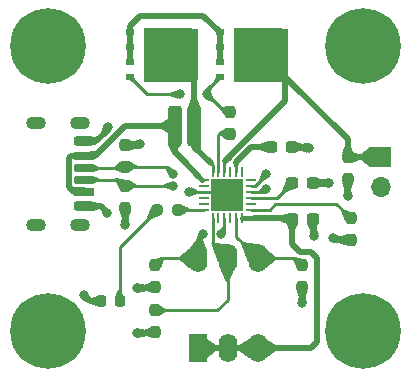
<source format=gtl>
G04 #@! TF.GenerationSoftware,KiCad,Pcbnew,8.0.2*
G04 #@! TF.CreationDate,2024-06-03T19:44:32-07:00*
G04 #@! TF.ProjectId,SNES_USB_C_power,534e4553-5f55-4534-925f-435f706f7765,A*
G04 #@! TF.SameCoordinates,Original*
G04 #@! TF.FileFunction,Copper,L1,Top*
G04 #@! TF.FilePolarity,Positive*
%FSLAX46Y46*%
G04 Gerber Fmt 4.6, Leading zero omitted, Abs format (unit mm)*
G04 Created by KiCad (PCBNEW 8.0.2) date 2024-06-03 19:44:32*
%MOMM*%
%LPD*%
G01*
G04 APERTURE LIST*
G04 Aperture macros list*
%AMRoundRect*
0 Rectangle with rounded corners*
0 $1 Rounding radius*
0 $2 $3 $4 $5 $6 $7 $8 $9 X,Y pos of 4 corners*
0 Add a 4 corners polygon primitive as box body*
4,1,4,$2,$3,$4,$5,$6,$7,$8,$9,$2,$3,0*
0 Add four circle primitives for the rounded corners*
1,1,$1+$1,$2,$3*
1,1,$1+$1,$4,$5*
1,1,$1+$1,$6,$7*
1,1,$1+$1,$8,$9*
0 Add four rect primitives between the rounded corners*
20,1,$1+$1,$2,$3,$4,$5,0*
20,1,$1+$1,$4,$5,$6,$7,0*
20,1,$1+$1,$6,$7,$8,$9,0*
20,1,$1+$1,$8,$9,$2,$3,0*%
G04 Aperture macros list end*
G04 #@! TA.AperFunction,SMDPad,CuDef*
%ADD10RoundRect,0.218750X-0.218750X-0.256250X0.218750X-0.256250X0.218750X0.256250X-0.218750X0.256250X0*%
G04 #@! TD*
G04 #@! TA.AperFunction,ComponentPad*
%ADD11C,0.800000*%
G04 #@! TD*
G04 #@! TA.AperFunction,ComponentPad*
%ADD12C,6.400000*%
G04 #@! TD*
G04 #@! TA.AperFunction,ComponentPad*
%ADD13R,1.700000X1.700000*%
G04 #@! TD*
G04 #@! TA.AperFunction,ComponentPad*
%ADD14O,1.700000X1.700000*%
G04 #@! TD*
G04 #@! TA.AperFunction,SMDPad,CuDef*
%ADD15RoundRect,0.237500X0.237500X-0.250000X0.237500X0.250000X-0.237500X0.250000X-0.237500X-0.250000X0*%
G04 #@! TD*
G04 #@! TA.AperFunction,SMDPad,CuDef*
%ADD16RoundRect,0.175000X-0.685000X0.175000X-0.685000X-0.175000X0.685000X-0.175000X0.685000X0.175000X0*%
G04 #@! TD*
G04 #@! TA.AperFunction,SMDPad,CuDef*
%ADD17RoundRect,0.190000X-0.670000X0.190000X-0.670000X-0.190000X0.670000X-0.190000X0.670000X0.190000X0*%
G04 #@! TD*
G04 #@! TA.AperFunction,SMDPad,CuDef*
%ADD18RoundRect,0.200000X-0.660000X0.200000X-0.660000X-0.200000X0.660000X-0.200000X0.660000X0.200000X0*%
G04 #@! TD*
G04 #@! TA.AperFunction,ComponentPad*
%ADD19O,1.700000X1.100000*%
G04 #@! TD*
G04 #@! TA.AperFunction,SMDPad,CuDef*
%ADD20RoundRect,0.237500X-0.237500X0.250000X-0.237500X-0.250000X0.237500X-0.250000X0.237500X0.250000X0*%
G04 #@! TD*
G04 #@! TA.AperFunction,SMDPad,CuDef*
%ADD21RoundRect,0.237500X-0.250000X-0.237500X0.250000X-0.237500X0.250000X0.237500X-0.250000X0.237500X0*%
G04 #@! TD*
G04 #@! TA.AperFunction,SMDPad,CuDef*
%ADD22RoundRect,0.062500X-0.350000X-0.062500X0.350000X-0.062500X0.350000X0.062500X-0.350000X0.062500X0*%
G04 #@! TD*
G04 #@! TA.AperFunction,SMDPad,CuDef*
%ADD23RoundRect,0.062500X-0.062500X-0.350000X0.062500X-0.350000X0.062500X0.350000X-0.062500X0.350000X0*%
G04 #@! TD*
G04 #@! TA.AperFunction,HeatsinkPad*
%ADD24R,2.700000X2.700000*%
G04 #@! TD*
G04 #@! TA.AperFunction,SMDPad,CuDef*
%ADD25RoundRect,0.237500X-0.300000X-0.237500X0.300000X-0.237500X0.300000X0.237500X-0.300000X0.237500X0*%
G04 #@! TD*
G04 #@! TA.AperFunction,SMDPad,CuDef*
%ADD26RoundRect,0.250000X-0.337500X-1.450000X0.337500X-1.450000X0.337500X1.450000X-0.337500X1.450000X0*%
G04 #@! TD*
G04 #@! TA.AperFunction,SMDPad,CuDef*
%ADD27R,0.650000X0.500000*%
G04 #@! TD*
G04 #@! TA.AperFunction,SMDPad,CuDef*
%ADD28R,4.120000X4.600000*%
G04 #@! TD*
G04 #@! TA.AperFunction,SMDPad,CuDef*
%ADD29R,0.550000X0.500000*%
G04 #@! TD*
G04 #@! TA.AperFunction,ComponentPad*
%ADD30R,1.600000X2.400000*%
G04 #@! TD*
G04 #@! TA.AperFunction,ComponentPad*
%ADD31O,1.600000X2.400000*%
G04 #@! TD*
G04 #@! TA.AperFunction,ViaPad*
%ADD32C,0.800000*%
G04 #@! TD*
G04 #@! TA.AperFunction,Conductor*
%ADD33C,0.250000*%
G04 #@! TD*
G04 #@! TA.AperFunction,Conductor*
%ADD34C,0.500000*%
G04 #@! TD*
G04 #@! TA.AperFunction,Conductor*
%ADD35C,0.400000*%
G04 #@! TD*
G04 APERTURE END LIST*
D10*
X150317000Y-120650000D03*
X151892000Y-120650000D03*
D11*
X170066000Y-99060000D03*
X170768944Y-97362944D03*
X170768944Y-100757056D03*
X172466000Y-96660000D03*
D12*
X172466000Y-99060000D03*
D11*
X172466000Y-101460000D03*
X174163056Y-97362944D03*
X174163056Y-100757056D03*
X174866000Y-99060000D03*
X170066000Y-123190000D03*
X170768944Y-121492944D03*
X170768944Y-124887056D03*
X172466000Y-120790000D03*
D12*
X172466000Y-123190000D03*
D11*
X172466000Y-125590000D03*
X174163056Y-121492944D03*
X174163056Y-124887056D03*
X174866000Y-123190000D03*
X143396000Y-123190000D03*
X144098944Y-121492944D03*
X144098944Y-124887056D03*
X145796000Y-120790000D03*
D12*
X145796000Y-123190000D03*
D11*
X145796000Y-125590000D03*
X147493056Y-121492944D03*
X147493056Y-124887056D03*
X148196000Y-123190000D03*
X143396000Y-99060000D03*
X144098944Y-97362944D03*
X144098944Y-100757056D03*
X145796000Y-96660000D03*
D12*
X145796000Y-99060000D03*
D11*
X145796000Y-101460000D03*
X147493056Y-97362944D03*
X147493056Y-100757056D03*
X148196000Y-99060000D03*
D13*
X173990000Y-108453000D03*
D14*
X173990000Y-110993000D03*
D15*
X152380000Y-112720500D03*
X152380000Y-110895500D03*
D16*
X148920000Y-109379500D03*
D17*
X148920000Y-111399500D03*
D18*
X148920000Y-112629500D03*
D16*
X148920000Y-110379500D03*
D17*
X148920000Y-108359500D03*
D18*
X148920000Y-107129500D03*
D19*
X148580000Y-105559500D03*
X144780000Y-105559500D03*
X148580000Y-114199500D03*
X144780000Y-114199500D03*
D20*
X152380000Y-107443000D03*
X152380000Y-109268000D03*
D21*
X155023500Y-112927500D03*
X156848500Y-112927500D03*
D15*
X167366000Y-119428000D03*
X167366000Y-117603000D03*
D22*
X159053500Y-110407500D03*
X159053500Y-110907500D03*
X159053500Y-111407500D03*
X159053500Y-111907500D03*
X159053500Y-112407500D03*
X159053500Y-112907500D03*
D23*
X159766000Y-113620000D03*
X160266000Y-113620000D03*
X160766000Y-113620000D03*
X161266000Y-113620000D03*
X161766000Y-113620000D03*
X162266000Y-113620000D03*
D22*
X162978500Y-112907500D03*
X162978500Y-112407500D03*
X162978500Y-111907500D03*
X162978500Y-111407500D03*
X162978500Y-110907500D03*
X162978500Y-110407500D03*
D23*
X162266000Y-109695000D03*
X161766000Y-109695000D03*
X161266000Y-109695000D03*
X160766000Y-109695000D03*
X160266000Y-109695000D03*
X159766000Y-109695000D03*
D24*
X161016000Y-111657500D03*
D15*
X171196000Y-110283000D03*
X171196000Y-108458000D03*
D25*
X166503500Y-113689500D03*
X168228500Y-113689500D03*
X166503500Y-110641500D03*
X168228500Y-110641500D03*
D26*
X156547000Y-105815500D03*
X158222000Y-105815500D03*
D27*
X160374000Y-97875000D03*
X160374000Y-99145000D03*
X160374000Y-100415000D03*
X160374000Y-101685000D03*
D28*
X163589000Y-99780000D03*
D29*
X165924000Y-97875000D03*
X165924000Y-99145000D03*
X165924000Y-100415000D03*
X165924000Y-101685000D03*
D15*
X171450000Y-115466500D03*
X171450000Y-113641500D03*
X154920000Y-123238000D03*
X154920000Y-121413000D03*
D30*
X158491000Y-124626500D03*
D31*
X161031000Y-124626500D03*
X163571000Y-124626500D03*
X163571000Y-117006500D03*
X161031000Y-117006500D03*
X158491000Y-117006500D03*
D25*
X164725500Y-107593500D03*
X166450500Y-107593500D03*
D15*
X161270000Y-106474000D03*
X161270000Y-104649000D03*
X154920000Y-119428000D03*
X154920000Y-117603000D03*
D27*
X152754000Y-97875000D03*
X152754000Y-99145000D03*
X152754000Y-100415000D03*
X152754000Y-101685000D03*
D28*
X155969000Y-99780000D03*
D29*
X158304000Y-97875000D03*
X158304000Y-99145000D03*
X158304000Y-100415000D03*
X158304000Y-101685000D03*
D32*
X148844000Y-120142000D03*
X171196000Y-111760000D03*
X159258000Y-103124000D03*
X156972000Y-103124000D03*
X153396000Y-119531500D03*
X157801000Y-111374500D03*
X169926000Y-115316000D03*
X153396000Y-123341500D03*
X152380000Y-114197500D03*
X167366000Y-120801500D03*
X169652000Y-110641500D03*
X153650000Y-107339500D03*
X150856000Y-113181500D03*
X167894000Y-107696000D03*
X168382000Y-115125500D03*
X150876000Y-105918000D03*
X156444000Y-109879500D03*
X164318000Y-109879500D03*
X164318000Y-111149500D03*
X156444000Y-110895500D03*
X158984000Y-114959500D03*
X160508000Y-114959500D03*
D33*
X151892000Y-120650000D02*
X151892000Y-116059000D01*
X151892000Y-116059000D02*
X155023500Y-112927500D01*
D34*
X149352000Y-120650000D02*
X148844000Y-120142000D01*
X150317000Y-120650000D02*
X149352000Y-120650000D01*
X171196000Y-111760000D02*
X171196000Y-110283000D01*
X165924000Y-101685000D02*
X171196000Y-106957000D01*
X171196000Y-106957000D02*
X171196000Y-108458000D01*
X171196000Y-108458000D02*
X173985000Y-108458000D01*
X165924000Y-101685000D02*
X165924000Y-103701500D01*
X165924000Y-103701500D02*
X161736750Y-107888750D01*
D33*
X159258000Y-103124000D02*
X159258000Y-102801000D01*
X159258000Y-102801000D02*
X160374000Y-101685000D01*
X152754000Y-101685000D02*
X154193000Y-103124000D01*
X154193000Y-103124000D02*
X156972000Y-103124000D01*
X159258000Y-103124000D02*
X160783000Y-104649000D01*
X160783000Y-104649000D02*
X161270000Y-104649000D01*
D34*
X158222000Y-105815500D02*
X158222000Y-101767000D01*
X158222000Y-101767000D02*
X158304000Y-101685000D01*
X153546500Y-107443000D02*
X153650000Y-107339500D01*
X170076500Y-115466500D02*
X169926000Y-115316000D01*
X149918500Y-107129500D02*
X148920000Y-107129500D01*
D33*
X159053500Y-111407500D02*
X160766000Y-111407500D01*
D34*
X148920000Y-112629500D02*
X150304000Y-112629500D01*
D33*
X158342000Y-111407500D02*
X159053500Y-111407500D01*
D34*
X157801000Y-111374500D02*
X158309000Y-111374500D01*
X153396000Y-123341500D02*
X154816500Y-123341500D01*
X157834000Y-111407500D02*
X157801000Y-111374500D01*
X150876000Y-106172000D02*
X149918500Y-107129500D01*
X150876000Y-105918000D02*
X150876000Y-106172000D01*
X167791500Y-107593500D02*
X167894000Y-107696000D01*
X167366000Y-119428000D02*
X167366000Y-120801500D01*
X168228500Y-110641500D02*
X169652000Y-110641500D01*
X168228500Y-113689500D02*
X168228500Y-114972000D01*
X152380000Y-107443000D02*
X153546500Y-107443000D01*
X150304000Y-112629500D02*
X150856000Y-113181500D01*
X168228500Y-114972000D02*
X168382000Y-115125500D01*
X166450500Y-107593500D02*
X167791500Y-107593500D01*
X154816500Y-119531500D02*
X153396000Y-119531500D01*
X152380000Y-112720500D02*
X152380000Y-114197500D01*
X171450000Y-115466500D02*
X170076500Y-115466500D01*
D33*
X162978500Y-111907500D02*
X165237500Y-111907500D01*
X165237500Y-111907500D02*
X166503500Y-110641500D01*
D34*
X168128000Y-116483500D02*
X168636000Y-116991500D01*
X166503500Y-115807082D02*
X167179918Y-116483500D01*
X166503500Y-113689500D02*
X166503500Y-115807082D01*
X163240000Y-113620000D02*
X166434000Y-113620000D01*
D35*
X163240000Y-113620000D02*
X163215000Y-113595000D01*
D34*
X168636000Y-116991500D02*
X168636000Y-124103500D01*
D35*
X162316000Y-113595000D02*
X162291000Y-113620000D01*
D34*
X163571000Y-124626500D02*
X158491000Y-124626500D01*
D35*
X163215000Y-113595000D02*
X162316000Y-113595000D01*
D34*
X168636000Y-124103500D02*
X168113000Y-124626500D01*
X167179918Y-116483500D02*
X168128000Y-116483500D01*
X168113000Y-124626500D02*
X163571000Y-124626500D01*
X152754000Y-97875000D02*
X152754000Y-97327000D01*
X158977000Y-96478000D02*
X160374000Y-97875000D01*
X153603000Y-96478000D02*
X158977000Y-96478000D01*
X152754000Y-97327000D02*
X153603000Y-96478000D01*
X152754000Y-97875000D02*
X152754000Y-100415000D01*
X160374000Y-97875000D02*
X160374000Y-100415000D01*
D33*
X161036000Y-108712000D02*
X160766000Y-108982000D01*
D34*
X165924000Y-97875000D02*
X165924000Y-101685000D01*
D33*
X160766000Y-108982000D02*
X160766000Y-109695000D01*
D34*
X161036000Y-108589500D02*
X161736750Y-107888750D01*
X161736750Y-107888750D02*
X160841000Y-108784500D01*
D33*
X155832500Y-109268000D02*
X152380000Y-109268000D01*
X164318000Y-109980499D02*
X164318000Y-109879500D01*
X163390999Y-110907500D02*
X164318000Y-109980499D01*
X156444000Y-109879500D02*
X155832500Y-109268000D01*
X162978500Y-110907500D02*
X163390999Y-110907500D01*
X148920000Y-109379500D02*
X152268500Y-109379500D01*
X148920000Y-110379500D02*
X151864000Y-110379500D01*
X156444000Y-110895500D02*
X152380000Y-110895500D01*
X164060000Y-111407500D02*
X164318000Y-111149500D01*
X151864000Y-110379500D02*
X152380000Y-110895500D01*
X162978500Y-111407500D02*
X164060000Y-111407500D01*
X160357500Y-106474000D02*
X160266000Y-106565500D01*
X160266000Y-106565500D02*
X160266000Y-109695000D01*
X161270000Y-106474000D02*
X160357500Y-106474000D01*
X156848500Y-112927500D02*
X159033500Y-112927500D01*
X159033500Y-112927500D02*
X159053500Y-112907500D01*
X155366000Y-117006500D02*
X158491000Y-117006500D01*
X158491000Y-115452500D02*
X158984000Y-114959500D01*
X154769500Y-117603000D02*
X155366000Y-117006500D01*
X160766000Y-114701500D02*
X160766000Y-113620000D01*
X158491000Y-117006500D02*
X158491000Y-115452500D01*
X160508000Y-114959500D02*
X160766000Y-114701500D01*
X160150500Y-121413000D02*
X161031000Y-120532500D01*
X154920000Y-121413000D02*
X160150500Y-121413000D01*
X161031000Y-120532500D02*
X161031000Y-117006500D01*
X159766000Y-115741500D02*
X159766000Y-113620000D01*
X161031000Y-117006500D02*
X159766000Y-115741500D01*
X163586000Y-117006500D02*
X166769500Y-117006500D01*
X166769500Y-117006500D02*
X167366000Y-117603000D01*
X163571000Y-117006500D02*
X161766000Y-115201500D01*
X161766000Y-115201500D02*
X161766000Y-113620000D01*
X165080000Y-112419500D02*
X170228000Y-112419500D01*
X170228000Y-112419500D02*
X171450000Y-113641500D01*
X164592000Y-112907500D02*
X165080000Y-112419500D01*
X162978500Y-112907500D02*
X164592000Y-112907500D01*
D34*
X163048000Y-107593500D02*
X164725500Y-107593500D01*
D33*
X161766000Y-108875500D02*
X161766000Y-109695000D01*
D34*
X161766000Y-108875500D02*
X163048000Y-107593500D01*
D35*
X157226000Y-108712000D02*
X158896500Y-110382500D01*
D34*
X147804000Y-108359500D02*
X148920000Y-108359500D01*
X148060000Y-111399500D02*
X147610000Y-110949500D01*
X156547000Y-105815500D02*
X152380000Y-105815500D01*
X147610000Y-108553500D02*
X147804000Y-108359500D01*
X156547000Y-108033000D02*
X156547000Y-105815500D01*
X158623000Y-110109000D02*
X157226000Y-108712000D01*
X149836000Y-108359500D02*
X148920000Y-108359500D01*
X148920000Y-111399500D02*
X148060000Y-111399500D01*
X152380000Y-105815500D02*
X149836000Y-108359500D01*
X147610000Y-110949500D02*
X147610000Y-108553500D01*
X157226000Y-108712000D02*
X156547000Y-108033000D01*
D33*
X159766000Y-109137500D02*
X159766000Y-109695000D01*
D34*
X158304000Y-101685000D02*
X158304000Y-97875000D01*
D33*
X159619000Y-108990500D02*
X159766000Y-109137500D01*
D34*
X158222000Y-107593500D02*
X159619000Y-108990500D01*
X158222000Y-105815500D02*
X158222000Y-107593500D01*
G04 #@! TA.AperFunction,Conductor*
G36*
X166092039Y-97616185D02*
G01*
X166137794Y-97668989D01*
X166149000Y-97720500D01*
X166149000Y-101790500D01*
X166129315Y-101857539D01*
X166076511Y-101903294D01*
X166025000Y-101914500D01*
X165003000Y-101914500D01*
X164935961Y-101894815D01*
X164890206Y-101842011D01*
X164879000Y-101790500D01*
X164879000Y-97720500D01*
X164898685Y-97653461D01*
X164951489Y-97607706D01*
X165003000Y-97596500D01*
X166025000Y-97596500D01*
X166092039Y-97616185D01*
G37*
G04 #@! TD.AperFunction*
G04 #@! TA.AperFunction,Conductor*
G36*
X158472039Y-97616185D02*
G01*
X158517794Y-97668989D01*
X158529000Y-97720500D01*
X158529000Y-101790500D01*
X158509315Y-101857539D01*
X158456511Y-101903294D01*
X158405000Y-101914500D01*
X157383000Y-101914500D01*
X157315961Y-101894815D01*
X157270206Y-101842011D01*
X157259000Y-101790500D01*
X157259000Y-97720500D01*
X157278685Y-97653461D01*
X157331489Y-97607706D01*
X157383000Y-97596500D01*
X158405000Y-97596500D01*
X158472039Y-97616185D01*
G37*
G04 #@! TD.AperFunction*
G04 #@! TA.AperFunction,Conductor*
G36*
X152018149Y-119740927D02*
G01*
X152020270Y-119743829D01*
X152308475Y-120301573D01*
X152309229Y-120310496D01*
X152305446Y-120316035D01*
X151899365Y-120645033D01*
X151890780Y-120647578D01*
X151884635Y-120645033D01*
X151478553Y-120316035D01*
X151474282Y-120308164D01*
X151475523Y-120301576D01*
X151763730Y-119743829D01*
X151770572Y-119738052D01*
X151774124Y-119737500D01*
X152009876Y-119737500D01*
X152018149Y-119740927D01*
G37*
G04 #@! TD.AperFunction*
G04 #@! TA.AperFunction,Conductor*
G36*
X155019446Y-112925003D02*
G01*
X155025983Y-112931121D01*
X155026145Y-112931496D01*
X155215826Y-113391762D01*
X155215810Y-113400717D01*
X155209548Y-113407004D01*
X154372817Y-113759157D01*
X154363862Y-113759208D01*
X154360005Y-113756646D01*
X154194309Y-113590950D01*
X154190882Y-113582677D01*
X154191765Y-113578218D01*
X154268636Y-113391762D01*
X154531678Y-112753730D01*
X154538000Y-112747388D01*
X154546610Y-112747238D01*
X155019446Y-112925003D01*
G37*
G04 #@! TD.AperFunction*
G04 #@! TA.AperFunction,Conductor*
G36*
X149212721Y-119992978D02*
G01*
X149218548Y-119998262D01*
X149432195Y-120397412D01*
X149433580Y-120402933D01*
X149433580Y-120880676D01*
X149430153Y-120888949D01*
X149421880Y-120892376D01*
X149416457Y-120891043D01*
X148700386Y-120516499D01*
X148694644Y-120509628D01*
X148694989Y-120501680D01*
X148737896Y-120397412D01*
X148841147Y-120146501D01*
X148847464Y-120140156D01*
X148847467Y-120140154D01*
X149203767Y-119992969D01*
X149212721Y-119992978D01*
G37*
G04 #@! TD.AperFunction*
G04 #@! TA.AperFunction,Conductor*
G36*
X149984287Y-120215797D02*
G01*
X149988470Y-120219213D01*
X150312561Y-120642891D01*
X150314866Y-120651545D01*
X150312561Y-120657109D01*
X149988470Y-121080786D01*
X149980722Y-121085275D01*
X149975348Y-121084733D01*
X149449871Y-120902726D01*
X149443175Y-120896780D01*
X149442000Y-120891670D01*
X149442000Y-120408329D01*
X149445427Y-120400056D01*
X149449868Y-120397274D01*
X149975349Y-120215266D01*
X149984287Y-120215797D01*
G37*
G04 #@! TD.AperFunction*
G04 #@! TA.AperFunction,Conductor*
G36*
X171203007Y-110287243D02*
G01*
X171646163Y-110618830D01*
X171650735Y-110626530D01*
X171650255Y-110631893D01*
X171448665Y-111237495D01*
X171442801Y-111244263D01*
X171437564Y-111245500D01*
X170954436Y-111245500D01*
X170946163Y-111242073D01*
X170943335Y-111237495D01*
X170741744Y-110631893D01*
X170742382Y-110622961D01*
X170745833Y-110618833D01*
X171188991Y-110287243D01*
X171197668Y-110285031D01*
X171203007Y-110287243D01*
G37*
G04 #@! TD.AperFunction*
G04 #@! TA.AperFunction,Conductor*
G36*
X171444563Y-110963427D02*
G01*
X171447790Y-110969544D01*
X171593408Y-111746179D01*
X171591564Y-111754942D01*
X171584064Y-111759835D01*
X171581937Y-111760035D01*
X171196029Y-111760999D01*
X171195971Y-111760999D01*
X170810062Y-111760035D01*
X170801797Y-111756587D01*
X170798391Y-111748306D01*
X170798591Y-111746179D01*
X170944210Y-110969544D01*
X170949103Y-110962044D01*
X170955710Y-110960000D01*
X171436290Y-110960000D01*
X171444563Y-110963427D01*
G37*
G04 #@! TD.AperFunction*
G04 #@! TA.AperFunction,Conductor*
G36*
X171445837Y-107498927D02*
G01*
X171448665Y-107503505D01*
X171650255Y-108109106D01*
X171649617Y-108118038D01*
X171646163Y-108122169D01*
X171203009Y-108453755D01*
X171194332Y-108455968D01*
X171188991Y-108453755D01*
X170745836Y-108122169D01*
X170741264Y-108114469D01*
X170741744Y-108109106D01*
X170943335Y-107503505D01*
X170949199Y-107496737D01*
X170954436Y-107495500D01*
X171437564Y-107495500D01*
X171445837Y-107498927D01*
G37*
G04 #@! TD.AperFunction*
G04 #@! TA.AperFunction,Conductor*
G36*
X173146981Y-107612450D02*
G01*
X173742754Y-108205774D01*
X173982688Y-108444722D01*
X173986132Y-108452988D01*
X173982722Y-108461268D01*
X173982700Y-108461290D01*
X173146941Y-109296067D01*
X173138666Y-109299489D01*
X173131963Y-109297374D01*
X172294990Y-108711493D01*
X172290178Y-108703941D01*
X172290000Y-108701908D01*
X172290000Y-108214047D01*
X172293427Y-108205774D01*
X172294929Y-108204506D01*
X173131961Y-107611195D01*
X173140691Y-107609207D01*
X173146981Y-107612450D01*
G37*
G04 #@! TD.AperFunction*
G04 #@! TA.AperFunction,Conductor*
G36*
X171532754Y-107991532D02*
G01*
X172138195Y-108205244D01*
X172144855Y-108211229D01*
X172146000Y-108216277D01*
X172146000Y-108699722D01*
X172142573Y-108707995D01*
X172138194Y-108710755D01*
X171532758Y-108924466D01*
X171523816Y-108923988D01*
X171519287Y-108920153D01*
X171199715Y-108464720D01*
X171197768Y-108455980D01*
X171199715Y-108451280D01*
X171519288Y-107995845D01*
X171526844Y-107991042D01*
X171532754Y-107991532D01*
G37*
G04 #@! TD.AperFunction*
G04 #@! TA.AperFunction,Conductor*
G36*
X160367589Y-101683684D02*
G01*
X160375540Y-101687803D01*
X160377417Y-101690900D01*
X160473737Y-101925698D01*
X160473706Y-101934653D01*
X160468932Y-101940172D01*
X160043445Y-102195465D01*
X160034587Y-102196783D01*
X160029152Y-102193705D01*
X159864889Y-102029442D01*
X159861462Y-102021169D01*
X159862773Y-102015788D01*
X160045404Y-101663383D01*
X160052252Y-101657616D01*
X160056783Y-101657111D01*
X160367589Y-101683684D01*
G37*
G04 #@! TD.AperFunction*
G04 #@! TA.AperFunction,Conductor*
G36*
X159524433Y-102373298D02*
G01*
X159689730Y-102538595D01*
X159693157Y-102546868D01*
X159693135Y-102547580D01*
X159658668Y-103113031D01*
X159654744Y-103121080D01*
X159647011Y-103124019D01*
X159262168Y-103124698D01*
X159253889Y-103121286D01*
X158983939Y-102849983D01*
X158980533Y-102841702D01*
X158983981Y-102833437D01*
X158984501Y-102832949D01*
X159508441Y-102372779D01*
X159516917Y-102369895D01*
X159524433Y-102373298D01*
G37*
G04 #@! TD.AperFunction*
G04 #@! TA.AperFunction,Conductor*
G36*
X153079746Y-101659820D02*
G01*
X153082596Y-101663385D01*
X153265225Y-102015786D01*
X153265989Y-102024708D01*
X153263110Y-102029442D01*
X153098847Y-102193705D01*
X153090574Y-102197132D01*
X153084555Y-102195465D01*
X152659067Y-101940172D01*
X152653736Y-101932977D01*
X152654261Y-101925700D01*
X152750583Y-101690898D01*
X152756893Y-101684547D01*
X152760406Y-101683684D01*
X153071213Y-101657111D01*
X153079746Y-101659820D01*
G37*
G04 #@! TD.AperFunction*
G04 #@! TA.AperFunction,Conductor*
G36*
X156817294Y-102758728D02*
G01*
X156823280Y-102764890D01*
X156971123Y-103119498D01*
X156971144Y-103128452D01*
X156971123Y-103128502D01*
X156823280Y-103483109D01*
X156816933Y-103489427D01*
X156808344Y-103489551D01*
X156179563Y-103251858D01*
X156173036Y-103245727D01*
X156172000Y-103240914D01*
X156172000Y-103007085D01*
X156175427Y-102998812D01*
X156179563Y-102996141D01*
X156808345Y-102758448D01*
X156817294Y-102758728D01*
G37*
G04 #@! TD.AperFunction*
G04 #@! TA.AperFunction,Conductor*
G36*
X159626044Y-102975253D02*
G01*
X159632206Y-102981239D01*
X159908747Y-103593928D01*
X159909027Y-103602878D01*
X159906356Y-103607014D01*
X159741014Y-103772356D01*
X159732741Y-103775783D01*
X159727928Y-103774747D01*
X159115239Y-103498206D01*
X159109108Y-103491679D01*
X159109232Y-103483090D01*
X159255437Y-103127802D01*
X159261753Y-103121457D01*
X159617090Y-102975232D01*
X159626044Y-102975253D01*
G37*
G04 #@! TD.AperFunction*
G04 #@! TA.AperFunction,Conductor*
G36*
X161032719Y-104164931D02*
G01*
X161036250Y-104169187D01*
X161266352Y-104640782D01*
X161266900Y-104649720D01*
X161262610Y-104655454D01*
X160819514Y-104969997D01*
X160810784Y-104971991D01*
X160803526Y-104967665D01*
X160373604Y-104418155D01*
X160371205Y-104409528D01*
X160374545Y-104402674D01*
X160541259Y-104235960D01*
X160547828Y-104232659D01*
X161024037Y-104162742D01*
X161032719Y-104164931D01*
G37*
G04 #@! TD.AperFunction*
G04 #@! TA.AperFunction,Conductor*
G36*
X158472563Y-103531427D02*
G01*
X158475041Y-103535084D01*
X158788632Y-104265548D01*
X158788863Y-104274200D01*
X158232982Y-105786620D01*
X158226911Y-105793203D01*
X158217964Y-105793566D01*
X158211381Y-105787495D01*
X158211018Y-105786620D01*
X158048404Y-105344189D01*
X157655136Y-104274198D01*
X157655366Y-104265550D01*
X157968959Y-103535084D01*
X157975371Y-103528834D01*
X157979710Y-103528000D01*
X158464290Y-103528000D01*
X158472563Y-103531427D01*
G37*
G04 #@! TD.AperFunction*
G04 #@! TA.AperFunction,Conductor*
G36*
X149922548Y-106767363D02*
G01*
X149929535Y-106770719D01*
X150269133Y-107110317D01*
X150272560Y-107118590D01*
X150269133Y-107126863D01*
X150266468Y-107128859D01*
X149769898Y-107400038D01*
X149760994Y-107400995D01*
X149760707Y-107400907D01*
X148943693Y-107138057D01*
X148936867Y-107132261D01*
X148936138Y-107123336D01*
X148941208Y-107116915D01*
X149576602Y-106731560D01*
X149583949Y-106729936D01*
X149922548Y-106767363D01*
G37*
G04 #@! TD.AperFunction*
G04 #@! TA.AperFunction,Conductor*
G36*
X150171218Y-112377238D02*
G01*
X150178375Y-112382619D01*
X150180000Y-112388568D01*
X150180000Y-112870431D01*
X150176573Y-112878704D01*
X150171217Y-112881761D01*
X149660885Y-113013156D01*
X149652556Y-113012199D01*
X149396673Y-112878704D01*
X148938881Y-112639872D01*
X148933132Y-112633008D01*
X148933921Y-112624088D01*
X148938880Y-112619128D01*
X149652558Y-112246799D01*
X149660883Y-112245843D01*
X150171218Y-112377238D01*
G37*
G04 #@! TD.AperFunction*
G04 #@! TA.AperFunction,Conductor*
G36*
X158301035Y-111121817D02*
G01*
X158307781Y-111127706D01*
X158309000Y-111132905D01*
X158309000Y-111616094D01*
X158305573Y-111624367D01*
X158301035Y-111627182D01*
X157964409Y-111740570D01*
X157955475Y-111739963D01*
X157949875Y-111733984D01*
X157801875Y-111378999D01*
X157801855Y-111370050D01*
X157949876Y-111015013D01*
X157956222Y-111008697D01*
X157964407Y-111008429D01*
X158301035Y-111121817D01*
G37*
G04 #@! TD.AperFunction*
G04 #@! TA.AperFunction,Conductor*
G36*
X154548494Y-122808287D02*
G01*
X154915928Y-123232149D01*
X154918757Y-123240645D01*
X154917597Y-123244955D01*
X154686415Y-123717496D01*
X154679701Y-123723421D01*
X154673742Y-123723852D01*
X153979537Y-123593293D01*
X153972040Y-123588396D01*
X153970000Y-123581795D01*
X153970000Y-123098688D01*
X153973427Y-123090415D01*
X153976409Y-123088251D01*
X154534366Y-122805513D01*
X154543293Y-122804832D01*
X154548494Y-122808287D01*
G37*
G04 #@! TD.AperFunction*
G04 #@! TA.AperFunction,Conductor*
G36*
X153409817Y-122944090D02*
G01*
X154186457Y-123089710D01*
X154193956Y-123094603D01*
X154196000Y-123101210D01*
X154196000Y-123581789D01*
X154192573Y-123590062D01*
X154186456Y-123593289D01*
X153409820Y-123738908D01*
X153401057Y-123737064D01*
X153396164Y-123729564D01*
X153395964Y-123727446D01*
X153395000Y-123341500D01*
X153395964Y-122955559D01*
X153399412Y-122947297D01*
X153407693Y-122943891D01*
X153409817Y-122944090D01*
G37*
G04 #@! TD.AperFunction*
G04 #@! TA.AperFunction,Conductor*
G36*
X150518023Y-105769690D02*
G01*
X150800405Y-105885893D01*
X150874527Y-105916396D01*
X150878369Y-105918964D01*
X151150929Y-106192889D01*
X151154335Y-106201170D01*
X151151227Y-106209082D01*
X150656416Y-106744458D01*
X150648284Y-106748208D01*
X150639883Y-106745109D01*
X150639551Y-106744790D01*
X150299719Y-106404958D01*
X150296292Y-106396685D01*
X150296893Y-106392982D01*
X150502483Y-105776809D01*
X150508352Y-105770048D01*
X150517284Y-105769415D01*
X150518023Y-105769690D01*
G37*
G04 #@! TD.AperFunction*
G04 #@! TA.AperFunction,Conductor*
G36*
X167373007Y-119432243D02*
G01*
X167816163Y-119763830D01*
X167820735Y-119771530D01*
X167820255Y-119776893D01*
X167618665Y-120382495D01*
X167612801Y-120389263D01*
X167607564Y-120390500D01*
X167124436Y-120390500D01*
X167116163Y-120387073D01*
X167113335Y-120382495D01*
X166911744Y-119776893D01*
X166912382Y-119767961D01*
X166915833Y-119763833D01*
X167358991Y-119432243D01*
X167367668Y-119430031D01*
X167373007Y-119432243D01*
G37*
G04 #@! TD.AperFunction*
G04 #@! TA.AperFunction,Conductor*
G36*
X167614563Y-120004927D02*
G01*
X167617790Y-120011044D01*
X167763408Y-120787679D01*
X167761564Y-120796442D01*
X167754064Y-120801335D01*
X167751937Y-120801535D01*
X167366029Y-120802499D01*
X167365971Y-120802499D01*
X166980062Y-120801535D01*
X166971797Y-120798087D01*
X166968391Y-120789806D01*
X166968591Y-120787679D01*
X167114210Y-120011044D01*
X167119103Y-120003544D01*
X167125710Y-120001500D01*
X167606290Y-120001500D01*
X167614563Y-120004927D01*
G37*
G04 #@! TD.AperFunction*
G04 #@! TA.AperFunction,Conductor*
G36*
X168626842Y-110187060D02*
G01*
X169232995Y-110388835D01*
X169239763Y-110394699D01*
X169241000Y-110399936D01*
X169241000Y-110883063D01*
X169237573Y-110891336D01*
X169232995Y-110894164D01*
X168626845Y-111095938D01*
X168617913Y-111095300D01*
X168614269Y-111092454D01*
X168441917Y-110891500D01*
X168234031Y-110649115D01*
X168231247Y-110640606D01*
X168234031Y-110633884D01*
X168614271Y-110190543D01*
X168622256Y-110186496D01*
X168626842Y-110187060D01*
G37*
G04 #@! TD.AperFunction*
G04 #@! TA.AperFunction,Conductor*
G36*
X169646942Y-110245935D02*
G01*
X169651835Y-110253435D01*
X169652035Y-110255562D01*
X169653000Y-110641500D01*
X169653000Y-110641558D01*
X169652035Y-111027437D01*
X169648587Y-111035702D01*
X169640306Y-111039108D01*
X169638179Y-111038908D01*
X168861544Y-110893289D01*
X168854044Y-110888396D01*
X168852000Y-110881789D01*
X168852000Y-110401210D01*
X168855427Y-110392937D01*
X168861542Y-110389710D01*
X169638180Y-110244091D01*
X169646942Y-110245935D01*
G37*
G04 #@! TD.AperFunction*
G04 #@! TA.AperFunction,Conductor*
G36*
X168235991Y-113694743D02*
G01*
X168696939Y-114078900D01*
X168701100Y-114086829D01*
X168700291Y-114092283D01*
X168481461Y-114632195D01*
X168475178Y-114638575D01*
X168470618Y-114639500D01*
X167986382Y-114639500D01*
X167978109Y-114636073D01*
X167975539Y-114632195D01*
X167756708Y-114092283D01*
X167756776Y-114083328D01*
X167760058Y-114078902D01*
X168221009Y-113694742D01*
X168229559Y-113692079D01*
X168235991Y-113694743D01*
G37*
G04 #@! TD.AperFunction*
G04 #@! TA.AperFunction,Conductor*
G36*
X168479160Y-114359660D02*
G01*
X168481584Y-114363193D01*
X168746706Y-114961491D01*
X168746925Y-114970443D01*
X168740749Y-114976928D01*
X168740511Y-114977030D01*
X168384175Y-115125593D01*
X168379644Y-115126494D01*
X167993618Y-115125529D01*
X167985353Y-115122081D01*
X167981947Y-115113882D01*
X167981324Y-114976928D01*
X167978553Y-114367984D01*
X167981942Y-114359698D01*
X167990200Y-114356233D01*
X168470887Y-114356233D01*
X168479160Y-114359660D01*
G37*
G04 #@! TD.AperFunction*
G04 #@! TA.AperFunction,Conductor*
G36*
X152716754Y-106976532D02*
G01*
X153322195Y-107190244D01*
X153328855Y-107196229D01*
X153330000Y-107201277D01*
X153330000Y-107684722D01*
X153326573Y-107692995D01*
X153322194Y-107695755D01*
X152716758Y-107909466D01*
X152707816Y-107908988D01*
X152703287Y-107905153D01*
X152383715Y-107449720D01*
X152381768Y-107440980D01*
X152383715Y-107436280D01*
X152703288Y-106980845D01*
X152710844Y-106976042D01*
X152716754Y-106976532D01*
G37*
G04 #@! TD.AperFunction*
G04 #@! TA.AperFunction,Conductor*
G36*
X153495416Y-106974123D02*
G01*
X153501197Y-106980190D01*
X153589921Y-107193000D01*
X153650093Y-107337324D01*
X153650994Y-107341855D01*
X153650030Y-107727112D01*
X153646582Y-107735377D01*
X153638301Y-107738783D01*
X153637633Y-107738762D01*
X152881590Y-107693656D01*
X152873536Y-107689743D01*
X152870587Y-107681977D01*
X152870587Y-107201253D01*
X152874014Y-107192980D01*
X152878362Y-107190231D01*
X153486475Y-106973670D01*
X153495416Y-106974123D01*
G37*
G04 #@! TD.AperFunction*
G04 #@! TA.AperFunction,Conductor*
G36*
X150302341Y-112390063D02*
G01*
X151000411Y-112806777D01*
X151005758Y-112813960D01*
X151005234Y-112821275D01*
X150858853Y-113176996D01*
X150852535Y-113183343D01*
X150852500Y-113183358D01*
X150496988Y-113330218D01*
X150488033Y-113330209D01*
X150481825Y-113324147D01*
X150285649Y-112881764D01*
X150284645Y-112877021D01*
X150284645Y-112400110D01*
X150288072Y-112391837D01*
X150296345Y-112388410D01*
X150302341Y-112390063D01*
G37*
G04 #@! TD.AperFunction*
G04 #@! TA.AperFunction,Conductor*
G36*
X166848842Y-107139060D02*
G01*
X167454995Y-107340835D01*
X167461763Y-107346699D01*
X167463000Y-107351936D01*
X167463000Y-107835063D01*
X167459573Y-107843336D01*
X167454995Y-107846164D01*
X166848845Y-108047938D01*
X166839913Y-108047300D01*
X166836269Y-108044454D01*
X166663917Y-107843500D01*
X166456031Y-107601115D01*
X166453247Y-107592606D01*
X166456031Y-107585884D01*
X166836271Y-107142543D01*
X166844256Y-107138496D01*
X166848842Y-107139060D01*
G37*
G04 #@! TD.AperFunction*
G04 #@! TA.AperFunction,Conductor*
G36*
X167890086Y-107299671D02*
G01*
X167894009Y-107307720D01*
X167894031Y-107308403D01*
X167894994Y-107693644D01*
X167894093Y-107698175D01*
X167745190Y-108055324D01*
X167738843Y-108061642D01*
X167730483Y-108061850D01*
X167122180Y-107846261D01*
X167115526Y-107840267D01*
X167114388Y-107835233D01*
X167114388Y-107354508D01*
X167117815Y-107346235D01*
X167125374Y-107342830D01*
X167881619Y-107296754D01*
X167890086Y-107299671D01*
G37*
G04 #@! TD.AperFunction*
G04 #@! TA.AperFunction,Conductor*
G36*
X154548494Y-118998287D02*
G01*
X154915928Y-119422149D01*
X154918757Y-119430645D01*
X154917597Y-119434955D01*
X154686415Y-119907496D01*
X154679701Y-119913421D01*
X154673742Y-119913852D01*
X153979537Y-119783293D01*
X153972040Y-119778396D01*
X153970000Y-119771795D01*
X153970000Y-119288688D01*
X153973427Y-119280415D01*
X153976409Y-119278251D01*
X154534366Y-118995513D01*
X154543293Y-118994832D01*
X154548494Y-118998287D01*
G37*
G04 #@! TD.AperFunction*
G04 #@! TA.AperFunction,Conductor*
G36*
X153409817Y-119134090D02*
G01*
X154186457Y-119279710D01*
X154193956Y-119284603D01*
X154196000Y-119291210D01*
X154196000Y-119771789D01*
X154192573Y-119780062D01*
X154186456Y-119783289D01*
X153409820Y-119928908D01*
X153401057Y-119927064D01*
X153396164Y-119919564D01*
X153395964Y-119917446D01*
X153395000Y-119531500D01*
X153395964Y-119145559D01*
X153399412Y-119137297D01*
X153407693Y-119133891D01*
X153409817Y-119134090D01*
G37*
G04 #@! TD.AperFunction*
G04 #@! TA.AperFunction,Conductor*
G36*
X152387007Y-112724743D02*
G01*
X152830163Y-113056330D01*
X152834735Y-113064030D01*
X152834255Y-113069393D01*
X152632665Y-113674995D01*
X152626801Y-113681763D01*
X152621564Y-113683000D01*
X152138436Y-113683000D01*
X152130163Y-113679573D01*
X152127335Y-113674995D01*
X151925744Y-113069393D01*
X151926382Y-113060461D01*
X151929833Y-113056333D01*
X152372991Y-112724743D01*
X152381668Y-112722531D01*
X152387007Y-112724743D01*
G37*
G04 #@! TD.AperFunction*
G04 #@! TA.AperFunction,Conductor*
G36*
X152628563Y-113400927D02*
G01*
X152631790Y-113407044D01*
X152777408Y-114183679D01*
X152775564Y-114192442D01*
X152768064Y-114197335D01*
X152765937Y-114197535D01*
X152380029Y-114198499D01*
X152379971Y-114198499D01*
X151994062Y-114197535D01*
X151985797Y-114194087D01*
X151982391Y-114185806D01*
X151982591Y-114183679D01*
X152128210Y-113407044D01*
X152133103Y-113399544D01*
X152139710Y-113397500D01*
X152620290Y-113397500D01*
X152628563Y-113400927D01*
G37*
G04 #@! TD.AperFunction*
G04 #@! TA.AperFunction,Conductor*
G36*
X171122183Y-115000511D02*
G01*
X171126712Y-115004346D01*
X171446284Y-115459780D01*
X171448231Y-115468520D01*
X171446284Y-115473220D01*
X171126712Y-115928653D01*
X171119155Y-115933457D01*
X171113241Y-115932966D01*
X170913600Y-115862495D01*
X170507806Y-115719255D01*
X170501145Y-115713270D01*
X170500000Y-115708222D01*
X170500000Y-115224777D01*
X170503427Y-115216504D01*
X170507803Y-115213745D01*
X171113243Y-115000033D01*
X171122183Y-115000511D01*
G37*
G04 #@! TD.AperFunction*
G04 #@! TA.AperFunction,Conductor*
G36*
X170089791Y-114951141D02*
G01*
X170089980Y-114951222D01*
X170689055Y-115213432D01*
X170695260Y-115219888D01*
X170696064Y-115224150D01*
X170696064Y-115704792D01*
X170692637Y-115713065D01*
X170684364Y-115716492D01*
X170684356Y-115716492D01*
X169937662Y-115716007D01*
X169929391Y-115712575D01*
X169925970Y-115704338D01*
X169925005Y-115318350D01*
X169925904Y-115313829D01*
X170074491Y-114957436D01*
X170080837Y-114951120D01*
X170089791Y-114951141D01*
G37*
G04 #@! TD.AperFunction*
G04 #@! TA.AperFunction,Conductor*
G36*
X166498464Y-110639368D02*
G01*
X166505667Y-110644686D01*
X166506462Y-110646265D01*
X166695875Y-111105882D01*
X166695859Y-111114837D01*
X166689717Y-111121072D01*
X165832843Y-111493065D01*
X165823890Y-111493216D01*
X165819911Y-111490606D01*
X165654171Y-111324866D01*
X165650744Y-111316593D01*
X165651546Y-111312336D01*
X165962260Y-110516821D01*
X165968462Y-110510363D01*
X165975974Y-110509723D01*
X166498464Y-110639368D01*
G37*
G04 #@! TD.AperFunction*
G04 #@! TA.AperFunction,Conductor*
G36*
X166510991Y-113694743D02*
G01*
X166971939Y-114078900D01*
X166976100Y-114086829D01*
X166975291Y-114092283D01*
X166756461Y-114632195D01*
X166750178Y-114638575D01*
X166745618Y-114639500D01*
X166261382Y-114639500D01*
X166253109Y-114636073D01*
X166250539Y-114632195D01*
X166031708Y-114092283D01*
X166031776Y-114083328D01*
X166035058Y-114078902D01*
X166496009Y-113694742D01*
X166504559Y-113692079D01*
X166510991Y-113694743D01*
G37*
G04 #@! TD.AperFunction*
G04 #@! TA.AperFunction,Conductor*
G36*
X166114586Y-113235652D02*
G01*
X166117175Y-113237899D01*
X166497798Y-113681686D01*
X166500583Y-113690197D01*
X166497602Y-113697142D01*
X166105468Y-114131589D01*
X166097381Y-114135435D01*
X166092071Y-114134459D01*
X165497988Y-113873074D01*
X165491796Y-113866606D01*
X165491000Y-113862365D01*
X165491000Y-113379395D01*
X165494427Y-113371122D01*
X165500171Y-113367972D01*
X166105768Y-113234092D01*
X166114586Y-113235652D01*
G37*
G04 #@! TD.AperFunction*
G04 #@! TA.AperFunction,Conductor*
G36*
X162893860Y-123834037D02*
G01*
X163565490Y-124618893D01*
X163568266Y-124627407D01*
X163565490Y-124634107D01*
X162893860Y-125418962D01*
X162885878Y-125423020D01*
X162878919Y-125421368D01*
X161983079Y-124879913D01*
X161977771Y-124872701D01*
X161977431Y-124869900D01*
X161977431Y-124383099D01*
X161980858Y-124374826D01*
X161983079Y-124373086D01*
X162878921Y-123831630D01*
X162887772Y-123830284D01*
X162893860Y-123834037D01*
G37*
G04 #@! TD.AperFunction*
G04 #@! TA.AperFunction,Conductor*
G36*
X159299012Y-123832008D02*
G01*
X160085928Y-124373013D01*
X160090804Y-124380524D01*
X160091000Y-124382654D01*
X160091000Y-124870346D01*
X160087573Y-124878619D01*
X160085928Y-124879987D01*
X159299014Y-125420990D01*
X159290256Y-125422853D01*
X159284118Y-125419627D01*
X158743803Y-124879987D01*
X158498287Y-124634777D01*
X158494856Y-124626507D01*
X158498278Y-124618232D01*
X158498288Y-124618222D01*
X159284120Y-123833371D01*
X159292393Y-123829950D01*
X159299012Y-123832008D01*
G37*
G04 #@! TD.AperFunction*
G04 #@! TA.AperFunction,Conductor*
G36*
X164263078Y-123831630D02*
G01*
X165158921Y-124373086D01*
X165164229Y-124380298D01*
X165164569Y-124383099D01*
X165164569Y-124869900D01*
X165161142Y-124878173D01*
X165158921Y-124879913D01*
X164263080Y-125421368D01*
X164254227Y-125422715D01*
X164248139Y-125418962D01*
X163576508Y-124634105D01*
X163573733Y-124625593D01*
X163576508Y-124618894D01*
X164248141Y-123834035D01*
X164256121Y-123829979D01*
X164263078Y-123831630D01*
G37*
G04 #@! TD.AperFunction*
G04 #@! TA.AperFunction,Conductor*
G36*
X152717589Y-108803677D02*
G01*
X153323971Y-109139659D01*
X153329546Y-109146665D01*
X153330000Y-109149892D01*
X153330000Y-109386107D01*
X153326573Y-109394380D01*
X153323970Y-109396341D01*
X152717590Y-109732321D01*
X152708693Y-109733333D01*
X152702343Y-109728807D01*
X152383715Y-109274720D01*
X152381768Y-109265980D01*
X152383715Y-109261280D01*
X152702343Y-108807192D01*
X152709900Y-108802388D01*
X152717589Y-108803677D01*
G37*
G04 #@! TD.AperFunction*
G04 #@! TA.AperFunction,Conductor*
G36*
X163960026Y-109731191D02*
G01*
X164314195Y-109876936D01*
X164320542Y-109883254D01*
X164320563Y-109883304D01*
X164467156Y-110239535D01*
X164467135Y-110248489D01*
X164462132Y-110254150D01*
X163909003Y-110569604D01*
X163900119Y-110570726D01*
X163894934Y-110567714D01*
X163729587Y-110402367D01*
X163726160Y-110394094D01*
X163726762Y-110390389D01*
X163774140Y-110248489D01*
X163944481Y-109738305D01*
X163950351Y-109731546D01*
X163959283Y-109730915D01*
X163960026Y-109731191D01*
G37*
G04 #@! TD.AperFunction*
G04 #@! TA.AperFunction,Conductor*
G36*
X155974071Y-109228752D02*
G01*
X156586760Y-109505293D01*
X156592891Y-109511820D01*
X156592767Y-109520409D01*
X156446563Y-109875695D01*
X156440245Y-109882042D01*
X156440195Y-109882063D01*
X156084909Y-110028267D01*
X156075955Y-110028246D01*
X156069793Y-110022260D01*
X156005676Y-109880207D01*
X155843279Y-109520409D01*
X155793252Y-109409571D01*
X155792972Y-109400621D01*
X155795641Y-109396487D01*
X155960986Y-109231142D01*
X155969258Y-109227716D01*
X155974071Y-109228752D01*
G37*
G04 #@! TD.AperFunction*
G04 #@! TA.AperFunction,Conductor*
G36*
X151981703Y-108857405D02*
G01*
X152374245Y-109261054D01*
X152377556Y-109269374D01*
X152375434Y-109275931D01*
X152056814Y-109730007D01*
X152049257Y-109734811D01*
X152043132Y-109734243D01*
X151437595Y-109507345D01*
X151431050Y-109501233D01*
X151430000Y-109496389D01*
X151430000Y-109260384D01*
X151433427Y-109252111D01*
X151434719Y-109250994D01*
X151966339Y-108856168D01*
X151975024Y-108853987D01*
X151981703Y-108857405D01*
G37*
G04 #@! TD.AperFunction*
G04 #@! TA.AperFunction,Conductor*
G36*
X149676791Y-109045049D02*
G01*
X150123208Y-109251361D01*
X150129281Y-109257943D01*
X150130000Y-109261982D01*
X150130000Y-109497017D01*
X150126573Y-109505290D01*
X150123208Y-109507638D01*
X149676798Y-109713947D01*
X149667851Y-109714307D01*
X149667114Y-109714007D01*
X149154069Y-109484607D01*
X148942886Y-109390180D01*
X148936733Y-109383676D01*
X148936982Y-109374724D01*
X148942886Y-109368819D01*
X149667114Y-109044991D01*
X149676066Y-109044743D01*
X149676791Y-109045049D01*
G37*
G04 #@! TD.AperFunction*
G04 #@! TA.AperFunction,Conductor*
G36*
X149676791Y-110045049D02*
G01*
X150123208Y-110251361D01*
X150129281Y-110257943D01*
X150130000Y-110261982D01*
X150130000Y-110497017D01*
X150126573Y-110505290D01*
X150123208Y-110507638D01*
X149676798Y-110713947D01*
X149667851Y-110714307D01*
X149667114Y-110714007D01*
X149154069Y-110484607D01*
X148942886Y-110390180D01*
X148936733Y-110383676D01*
X148936982Y-110374724D01*
X148942886Y-110368819D01*
X149667114Y-110044991D01*
X149676066Y-110044743D01*
X149676791Y-110045049D01*
G37*
G04 #@! TD.AperFunction*
G04 #@! TA.AperFunction,Conductor*
G36*
X152717589Y-110431177D02*
G01*
X153323971Y-110767159D01*
X153329546Y-110774165D01*
X153330000Y-110777392D01*
X153330000Y-111013607D01*
X153326573Y-111021880D01*
X153323970Y-111023841D01*
X152717590Y-111359821D01*
X152708693Y-111360833D01*
X152702343Y-111356307D01*
X152383715Y-110902220D01*
X152381768Y-110893480D01*
X152383715Y-110888780D01*
X152702343Y-110434692D01*
X152709900Y-110429888D01*
X152717589Y-110431177D01*
G37*
G04 #@! TD.AperFunction*
G04 #@! TA.AperFunction,Conductor*
G36*
X156289294Y-110530228D02*
G01*
X156295280Y-110536390D01*
X156443123Y-110890998D01*
X156443144Y-110899952D01*
X156443123Y-110900002D01*
X156295280Y-111254609D01*
X156288933Y-111260927D01*
X156280344Y-111261051D01*
X155651563Y-111023358D01*
X155645036Y-111017227D01*
X155644000Y-111012414D01*
X155644000Y-110778585D01*
X155647427Y-110770312D01*
X155651563Y-110767641D01*
X156280345Y-110529948D01*
X156289294Y-110530228D01*
G37*
G04 #@! TD.AperFunction*
G04 #@! TA.AperFunction,Conductor*
G36*
X151551832Y-110256676D02*
G01*
X152482072Y-110406012D01*
X152489697Y-110410707D01*
X152491769Y-110419419D01*
X152491612Y-110420216D01*
X152382163Y-110890501D01*
X152376951Y-110897782D01*
X152376535Y-110898029D01*
X151918726Y-111157378D01*
X151909839Y-111158474D01*
X151902780Y-111152965D01*
X151539778Y-110507170D01*
X151538277Y-110501437D01*
X151538277Y-110268228D01*
X151541704Y-110259955D01*
X151549977Y-110256528D01*
X151551832Y-110256676D01*
G37*
G04 #@! TD.AperFunction*
G04 #@! TA.AperFunction,Conductor*
G36*
X164043421Y-110874892D02*
G01*
X164315546Y-111146058D01*
X164318987Y-111154325D01*
X164318987Y-111154375D01*
X164318029Y-111537541D01*
X164314581Y-111545806D01*
X164306300Y-111549212D01*
X164306045Y-111549209D01*
X163629974Y-111532777D01*
X163621786Y-111529150D01*
X163618558Y-111521080D01*
X163618558Y-111287353D01*
X163621985Y-111279080D01*
X163621992Y-111279072D01*
X164026899Y-110874899D01*
X164035175Y-110871481D01*
X164043421Y-110874892D01*
G37*
G04 #@! TD.AperFunction*
G04 #@! TA.AperFunction,Conductor*
G36*
X160943043Y-106016410D02*
G01*
X161234544Y-106422868D01*
X161265007Y-106465345D01*
X161267043Y-106474065D01*
X161263897Y-106480311D01*
X160871411Y-106884877D01*
X160863190Y-106888429D01*
X160856429Y-106886402D01*
X160420279Y-106589522D01*
X160418590Y-106588123D01*
X160253335Y-106422868D01*
X160249908Y-106414595D01*
X160253335Y-106406322D01*
X160255716Y-106404487D01*
X160927649Y-106013119D01*
X160936521Y-106011917D01*
X160943043Y-106016410D01*
G37*
G04 #@! TD.AperFunction*
G04 #@! TA.AperFunction,Conductor*
G36*
X157198247Y-112475310D02*
G01*
X157804811Y-112799195D01*
X157810495Y-112806115D01*
X157811000Y-112809516D01*
X157811000Y-113045483D01*
X157807573Y-113053756D01*
X157804811Y-113055804D01*
X157198247Y-113379689D01*
X157189335Y-113380563D01*
X157183368Y-113376377D01*
X156941030Y-113052500D01*
X156852743Y-112934508D01*
X156850531Y-112925832D01*
X156852744Y-112920491D01*
X156943503Y-112799195D01*
X157183369Y-112478621D01*
X157191068Y-112474050D01*
X157198247Y-112475310D01*
G37*
G04 #@! TD.AperFunction*
G04 #@! TA.AperFunction,Conductor*
G36*
X157814504Y-116214790D02*
G01*
X158485490Y-116998893D01*
X158488266Y-117007407D01*
X158485490Y-117014107D01*
X157814504Y-117798209D01*
X157806522Y-117802267D01*
X157798646Y-117799999D01*
X157327758Y-117450706D01*
X156902161Y-117135008D01*
X156897557Y-117127327D01*
X156897431Y-117125611D01*
X156897431Y-116887388D01*
X156900858Y-116879115D01*
X156902157Y-116877993D01*
X157798648Y-116212999D01*
X157807331Y-116210823D01*
X157814504Y-116214790D01*
G37*
G04 #@! TD.AperFunction*
G04 #@! TA.AperFunction,Conductor*
G36*
X158626039Y-114811197D02*
G01*
X158979496Y-114956646D01*
X158985843Y-114962964D01*
X158985858Y-114962999D01*
X159132685Y-115318430D01*
X159132676Y-115327385D01*
X159126531Y-115333629D01*
X158618229Y-115554326D01*
X158613569Y-115555294D01*
X158382209Y-115555294D01*
X158373936Y-115551867D01*
X158370509Y-115543594D01*
X158371104Y-115539910D01*
X158563995Y-114958500D01*
X158610496Y-114818337D01*
X158616354Y-114811565D01*
X158625285Y-114810917D01*
X158626039Y-114811197D01*
G37*
G04 #@! TD.AperFunction*
G04 #@! TA.AperFunction,Conductor*
G36*
X155657718Y-116886553D02*
G01*
X155663125Y-116893692D01*
X155663505Y-116896649D01*
X155663505Y-117129330D01*
X155662726Y-117133527D01*
X155399539Y-117818466D01*
X155393373Y-117824959D01*
X155384421Y-117825190D01*
X155383582Y-117824829D01*
X154923618Y-117605205D01*
X154917628Y-117598548D01*
X154917484Y-117598113D01*
X154771411Y-117127190D01*
X154772233Y-117118274D01*
X154779120Y-117112550D01*
X154779593Y-117112415D01*
X155648848Y-116885329D01*
X155657718Y-116886553D01*
G37*
G04 #@! TD.AperFunction*
G04 #@! TA.AperFunction,Conductor*
G36*
X160887853Y-114263485D02*
G01*
X160891277Y-114271474D01*
X160907709Y-114947545D01*
X160904484Y-114955899D01*
X160896296Y-114959526D01*
X160896041Y-114959529D01*
X160512875Y-114960487D01*
X160504594Y-114957081D01*
X160504558Y-114957046D01*
X160503415Y-114955899D01*
X160233392Y-114684921D01*
X160229981Y-114676643D01*
X160233399Y-114668399D01*
X160637572Y-114263491D01*
X160645842Y-114260058D01*
X160879580Y-114260058D01*
X160887853Y-114263485D01*
G37*
G04 #@! TD.AperFunction*
G04 #@! TA.AperFunction,Conductor*
G36*
X158715390Y-115067992D02*
G01*
X158716357Y-115068858D01*
X158881892Y-115234393D01*
X158884754Y-115239073D01*
X159272991Y-116442256D01*
X159272270Y-116451182D01*
X159268623Y-116455394D01*
X158499375Y-117000767D01*
X158490644Y-117002756D01*
X158483411Y-116998453D01*
X157831555Y-116169334D01*
X157829137Y-116160714D01*
X157831613Y-116154801D01*
X158698948Y-115069823D01*
X158706788Y-115065503D01*
X158715390Y-115067992D01*
G37*
G04 #@! TD.AperFunction*
G04 #@! TA.AperFunction,Conductor*
G36*
X155257589Y-120948677D02*
G01*
X155863971Y-121284659D01*
X155869546Y-121291665D01*
X155870000Y-121294892D01*
X155870000Y-121531107D01*
X155866573Y-121539380D01*
X155863970Y-121541341D01*
X155257590Y-121877321D01*
X155248693Y-121878333D01*
X155242343Y-121873807D01*
X154923715Y-121419720D01*
X154921768Y-121410980D01*
X154923715Y-121406280D01*
X155242343Y-120952192D01*
X155249900Y-120947388D01*
X155257589Y-120948677D01*
G37*
G04 #@! TD.AperFunction*
G04 #@! TA.AperFunction,Conductor*
G36*
X161038234Y-117015226D02*
G01*
X161040195Y-117017187D01*
X161691695Y-117845261D01*
X161694118Y-117853881D01*
X161693073Y-117857504D01*
X161159170Y-118984437D01*
X161152531Y-118990447D01*
X161148597Y-118991128D01*
X160913403Y-118991128D01*
X160905130Y-118987701D01*
X160902830Y-118984437D01*
X160368926Y-117857504D01*
X160368480Y-117848561D01*
X160370302Y-117845263D01*
X161021805Y-117017186D01*
X161029614Y-117012803D01*
X161038234Y-117015226D01*
G37*
G04 #@! TD.AperFunction*
G04 #@! TA.AperFunction,Conductor*
G36*
X159891557Y-115715571D02*
G01*
X160979543Y-115820883D01*
X160987447Y-115825091D01*
X160990108Y-115832122D01*
X161030721Y-116999502D01*
X161027584Y-117007889D01*
X161023646Y-117010659D01*
X160254216Y-117341215D01*
X160245262Y-117341332D01*
X160238848Y-117335083D01*
X160238622Y-117334517D01*
X159646815Y-115731270D01*
X159647165Y-115722322D01*
X159653739Y-115716242D01*
X159657791Y-115715518D01*
X159890431Y-115715518D01*
X159891557Y-115715571D01*
G37*
G04 #@! TD.AperFunction*
G04 #@! TA.AperFunction,Conductor*
G36*
X164263351Y-116212999D02*
G01*
X165159839Y-116877991D01*
X165164443Y-116885672D01*
X165164569Y-116887388D01*
X165164569Y-117125611D01*
X165161142Y-117133884D01*
X165159839Y-117135008D01*
X164263354Y-117799999D01*
X164254668Y-117802176D01*
X164247495Y-117798209D01*
X163676967Y-117131500D01*
X163576508Y-117014105D01*
X163573733Y-117005593D01*
X163576508Y-116998894D01*
X164247496Y-116214789D01*
X164255477Y-116210732D01*
X164263351Y-116212999D01*
G37*
G04 #@! TD.AperFunction*
G04 #@! TA.AperFunction,Conductor*
G36*
X166572118Y-116885076D02*
G01*
X167494384Y-117112594D01*
X167501596Y-117117902D01*
X167502941Y-117126755D01*
X167502833Y-117127165D01*
X167368409Y-117598064D01*
X167362842Y-117605078D01*
X167362412Y-117605306D01*
X166901741Y-117836856D01*
X166892811Y-117837509D01*
X166886033Y-117831656D01*
X166885894Y-117831370D01*
X166558728Y-117133860D01*
X166557621Y-117128892D01*
X166557621Y-116896436D01*
X166561048Y-116888163D01*
X166569321Y-116884736D01*
X166572118Y-116885076D01*
G37*
G04 #@! TD.AperFunction*
G04 #@! TA.AperFunction,Conductor*
G36*
X162381932Y-115635710D02*
G01*
X163443107Y-115809639D01*
X163508378Y-115820337D01*
X163515988Y-115825057D01*
X163518174Y-115831351D01*
X163571340Y-116999155D01*
X163568293Y-117007575D01*
X163564313Y-117010418D01*
X162794200Y-117344935D01*
X162785247Y-117345088D01*
X162778808Y-117338865D01*
X162778600Y-117338355D01*
X162201925Y-115818590D01*
X162202194Y-115809639D01*
X162204588Y-115806169D01*
X162371774Y-115638983D01*
X162380046Y-115635557D01*
X162381932Y-115635710D01*
G37*
G04 #@! TD.AperFunction*
G04 #@! TA.AperFunction,Conductor*
G36*
X170799281Y-112809765D02*
G01*
X171623768Y-113149678D01*
X171630111Y-113156000D01*
X171630261Y-113164612D01*
X171452497Y-113637445D01*
X171446378Y-113643983D01*
X171446003Y-113644145D01*
X170985737Y-113833825D01*
X170976782Y-113833809D01*
X170970495Y-113827547D01*
X170618342Y-112990817D01*
X170618291Y-112981862D01*
X170620851Y-112978007D01*
X170786550Y-112812308D01*
X170794822Y-112808882D01*
X170799281Y-112809765D01*
G37*
G04 #@! TD.AperFunction*
G04 #@! TA.AperFunction,Conductor*
G36*
X164336086Y-107139699D02*
G01*
X164339730Y-107142545D01*
X164719967Y-107585883D01*
X164722752Y-107594394D01*
X164719967Y-107601117D01*
X164339730Y-108044454D01*
X164331743Y-108048503D01*
X164327154Y-108047938D01*
X163721005Y-107846164D01*
X163714237Y-107840300D01*
X163713000Y-107835063D01*
X163713000Y-107351936D01*
X163716427Y-107343663D01*
X163721003Y-107340835D01*
X164327156Y-107139061D01*
X164336086Y-107139699D01*
G37*
G04 #@! TD.AperFunction*
G04 #@! TA.AperFunction,Conductor*
G36*
X148896296Y-108349048D02*
G01*
X148902708Y-108355297D01*
X148902823Y-108364251D01*
X148897128Y-108370408D01*
X148181725Y-108722851D01*
X148172789Y-108723434D01*
X148172633Y-108723380D01*
X147895579Y-108624840D01*
X147891227Y-108622089D01*
X147552018Y-108282880D01*
X147548591Y-108274607D01*
X147552018Y-108266334D01*
X147555889Y-108263767D01*
X148110089Y-108038711D01*
X148118826Y-108038686D01*
X148896296Y-108349048D01*
G37*
G04 #@! TD.AperFunction*
G04 #@! TA.AperFunction,Conductor*
G36*
X147973355Y-110954370D02*
G01*
X148950247Y-111018697D01*
X148958277Y-111022660D01*
X148961153Y-111031141D01*
X148961108Y-111031647D01*
X148921626Y-111391820D01*
X148917318Y-111399670D01*
X148912459Y-111401983D01*
X148064634Y-111584557D01*
X148055977Y-111583045D01*
X147627009Y-111315368D01*
X147621805Y-111308081D01*
X147623277Y-111299248D01*
X147624926Y-111297173D01*
X147964327Y-110957772D01*
X147972599Y-110954346D01*
X147973355Y-110954370D01*
G37*
G04 #@! TD.AperFunction*
G04 #@! TA.AperFunction,Conductor*
G36*
X155965833Y-105234323D02*
G01*
X156539705Y-105807220D01*
X156543139Y-105815490D01*
X156539719Y-105823766D01*
X156539705Y-105823780D01*
X155965833Y-106396676D01*
X155957557Y-106400096D01*
X155951739Y-106398541D01*
X155377872Y-106068873D01*
X155372405Y-106061781D01*
X155372000Y-106058728D01*
X155372000Y-105572271D01*
X155375427Y-105563998D01*
X155377868Y-105562128D01*
X155951740Y-105232457D01*
X155960620Y-105231308D01*
X155965833Y-105234323D01*
G37*
G04 #@! TD.AperFunction*
G04 #@! TA.AperFunction,Conductor*
G36*
X156557084Y-105844260D02*
G01*
X156557511Y-105845271D01*
X157113483Y-107355774D01*
X157113125Y-107364721D01*
X157112409Y-107366040D01*
X156773975Y-107904604D01*
X156772342Y-107906652D01*
X156431329Y-108247665D01*
X156423056Y-108251092D01*
X156414783Y-108247665D01*
X156412536Y-108244513D01*
X156248079Y-107906652D01*
X155995515Y-107387786D01*
X155994976Y-107378850D01*
X156535496Y-105845421D01*
X156541479Y-105838759D01*
X156550421Y-105838277D01*
X156557084Y-105844260D01*
G37*
G04 #@! TD.AperFunction*
G04 #@! TA.AperFunction,Conductor*
G36*
X149891661Y-107956962D02*
G01*
X149891877Y-107957173D01*
X150231084Y-108296380D01*
X150234511Y-108304653D01*
X150231084Y-108312926D01*
X150228650Y-108314792D01*
X149778793Y-108573846D01*
X149770089Y-108575051D01*
X148927338Y-108362238D01*
X148920156Y-108356890D01*
X148918550Y-108351941D01*
X148915212Y-108314792D01*
X148886204Y-107991921D01*
X148888877Y-107983374D01*
X148896810Y-107979221D01*
X148897542Y-107979178D01*
X149883303Y-107953750D01*
X149891661Y-107956962D01*
G37*
G04 #@! TD.AperFunction*
G04 #@! TA.AperFunction,Conductor*
G36*
X158235219Y-105849895D02*
G01*
X158236444Y-105852161D01*
X158808416Y-107262828D01*
X158809216Y-107268373D01*
X158759457Y-107772829D01*
X158756087Y-107779953D01*
X158414728Y-108121312D01*
X158406455Y-108124739D01*
X158398182Y-108121312D01*
X158397326Y-108120357D01*
X157915836Y-107519661D01*
X157913335Y-107511062D01*
X157913450Y-107510272D01*
X158214089Y-105854465D01*
X158218939Y-105846939D01*
X158227691Y-105845045D01*
X158235219Y-105849895D01*
G37*
G04 #@! TD.AperFunction*
G04 #@! TA.AperFunction,Conductor*
G36*
X161987591Y-108967245D02*
G01*
X161993900Y-108973601D01*
X161994392Y-108981004D01*
X161893289Y-109366766D01*
X161887876Y-109373900D01*
X161881971Y-109375500D01*
X161650029Y-109375500D01*
X161641756Y-109372073D01*
X161638711Y-109366766D01*
X161537607Y-108981004D01*
X161538825Y-108972133D01*
X161544406Y-108967246D01*
X161761484Y-108876389D01*
X161770437Y-108876357D01*
X161987591Y-108967245D01*
G37*
G04 #@! TD.AperFunction*
G04 #@! TA.AperFunction,Conductor*
G36*
X157410181Y-108544357D02*
G01*
X157410930Y-108545188D01*
X157714270Y-108915937D01*
X157716857Y-108924509D01*
X157713488Y-108931618D01*
X157445618Y-109199488D01*
X157437345Y-109202915D01*
X157429937Y-109200270D01*
X157101584Y-108931618D01*
X157059188Y-108896930D01*
X157054955Y-108889039D01*
X157057542Y-108880466D01*
X157058279Y-108879647D01*
X157225293Y-108711293D01*
X157393637Y-108544290D01*
X157401922Y-108540897D01*
X157410181Y-108544357D01*
G37*
G04 #@! TD.AperFunction*
G04 #@! TA.AperFunction,Conductor*
G36*
X157410181Y-108544357D02*
G01*
X157410930Y-108545188D01*
X157714270Y-108915937D01*
X157716857Y-108924509D01*
X157713488Y-108931618D01*
X157445618Y-109199488D01*
X157437345Y-109202915D01*
X157429937Y-109200270D01*
X157101584Y-108931618D01*
X157059188Y-108896930D01*
X157054955Y-108889039D01*
X157057542Y-108880466D01*
X157058279Y-108879647D01*
X157225293Y-108711293D01*
X157393637Y-108544290D01*
X157401922Y-108540897D01*
X157410181Y-108544357D01*
G37*
G04 #@! TD.AperFunction*
M02*

</source>
